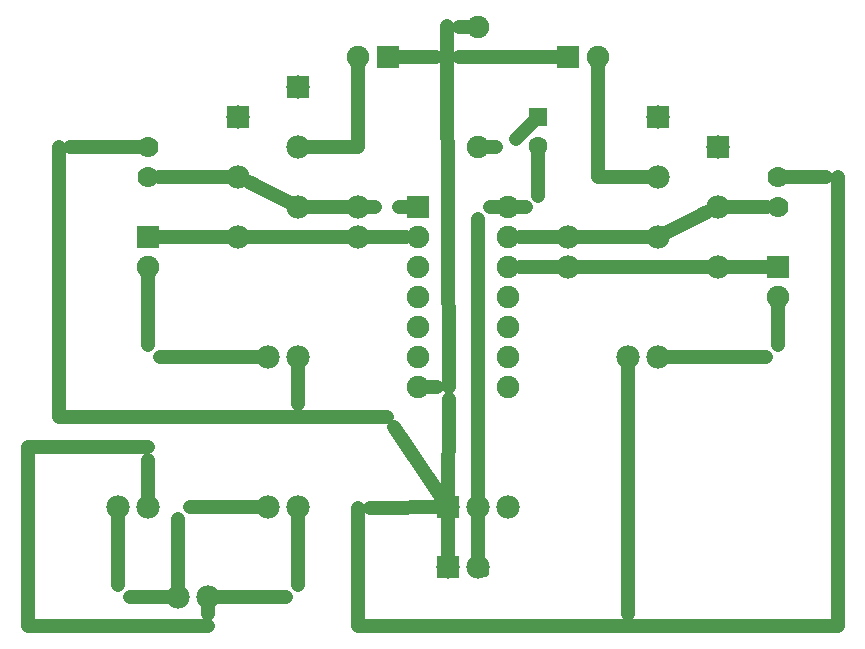
<source format=gtl>
G04 MADE WITH FRITZING*
G04 WWW.FRITZING.ORG*
G04 DOUBLE SIDED*
G04 HOLES PLATED*
G04 CONTOUR ON CENTER OF CONTOUR VECTOR*
%ASAXBY*%
%FSLAX23Y23*%
%MOIN*%
%OFA0B0*%
%SFA1.0B1.0*%
%ADD10C,0.075000*%
%ADD11C,0.078000*%
%ADD12C,0.070000*%
%ADD13C,0.062992*%
%ADD14R,0.075000X0.075000*%
%ADD15R,0.078000X0.078000*%
%ADD16R,0.062992X0.062992*%
%ADD17C,0.048000*%
%ADD18C,0.024000*%
%LNCOPPER1*%
G90*
G70*
G54D10*
X1405Y1513D03*
X1705Y1513D03*
X1405Y1413D03*
X1705Y1413D03*
X1405Y1313D03*
X1705Y1313D03*
X1405Y1213D03*
X1705Y1213D03*
X1405Y1113D03*
X1705Y1113D03*
X1405Y1013D03*
X1705Y1013D03*
X1405Y913D03*
X1705Y913D03*
G54D11*
X1505Y313D03*
X1605Y313D03*
X1505Y513D03*
X1605Y513D03*
X1705Y513D03*
X1205Y1513D03*
X1205Y1413D03*
G54D10*
X1905Y2013D03*
X2005Y2013D03*
X1305Y2013D03*
X1205Y2013D03*
G54D12*
X2605Y1613D03*
X2605Y1513D03*
X505Y1713D03*
X505Y1613D03*
G54D10*
X2605Y1313D03*
X2605Y1213D03*
X505Y1413D03*
X505Y1313D03*
G54D11*
X2105Y1013D03*
X2205Y1013D03*
X905Y1013D03*
X1005Y1013D03*
X1905Y1413D03*
X1905Y1313D03*
X405Y513D03*
X505Y513D03*
X605Y213D03*
X705Y213D03*
X905Y513D03*
X1005Y513D03*
G54D10*
X1605Y1713D03*
X1605Y2113D03*
G54D13*
X1805Y1813D03*
X1805Y1715D03*
G54D11*
X2405Y1713D03*
X2405Y1513D03*
X2405Y1313D03*
X805Y1813D03*
X805Y1613D03*
X805Y1413D03*
X1005Y1913D03*
X1005Y1713D03*
X1005Y1513D03*
X2205Y1813D03*
X2205Y1613D03*
X2205Y1413D03*
G54D14*
X1405Y1513D03*
G54D15*
X1505Y313D03*
X1505Y513D03*
G54D14*
X1905Y2013D03*
X1305Y2013D03*
X2605Y1313D03*
X505Y1413D03*
G54D16*
X1805Y1813D03*
G54D15*
X2405Y1713D03*
X805Y1813D03*
X1005Y1913D03*
X2205Y1813D03*
G54D17*
X1505Y354D02*
X1505Y472D01*
D02*
X1605Y354D02*
X1605Y472D01*
D02*
X1645Y1513D02*
X1705Y1513D01*
D02*
X1605Y513D02*
X1605Y1472D01*
D02*
X1468Y913D02*
X1405Y913D01*
D02*
X1505Y513D02*
X1508Y872D01*
D02*
X1262Y1513D02*
X1205Y1513D01*
D02*
X1405Y1513D02*
X1343Y1513D01*
D02*
X1364Y1413D02*
X1245Y1413D01*
D02*
X1046Y1513D02*
X1205Y1513D01*
D02*
X1205Y1513D02*
X1148Y1513D01*
D02*
X1046Y1713D02*
X1205Y1713D01*
D02*
X1205Y1713D02*
X1205Y2013D01*
D02*
X846Y1413D02*
X1164Y1413D01*
D02*
X842Y1595D02*
X1005Y1513D01*
D02*
X542Y1613D02*
X764Y1613D01*
D02*
X764Y1413D02*
X545Y1413D01*
D02*
X505Y1053D02*
X505Y1313D01*
D02*
X905Y1013D02*
X546Y1013D01*
D02*
X1303Y814D02*
X1005Y814D01*
D02*
X1005Y855D02*
X1005Y1013D01*
D02*
X1505Y513D02*
X1326Y780D01*
D02*
X208Y814D02*
X208Y1714D01*
D02*
X245Y1714D02*
X505Y1713D01*
D02*
X1005Y814D02*
X208Y814D01*
D02*
X1464Y2012D02*
X1305Y2013D01*
D02*
X1508Y913D02*
X1503Y2012D01*
D02*
X1866Y1413D02*
X1746Y1413D01*
D02*
X1866Y1313D02*
X1746Y1313D01*
D02*
X1946Y1413D02*
X2164Y1413D01*
D02*
X2004Y1612D02*
X2005Y2013D01*
D02*
X2164Y1613D02*
X2004Y1612D01*
D02*
X1543Y2012D02*
X1905Y2013D01*
D02*
X1946Y1313D02*
X2364Y1313D01*
D02*
X2205Y1413D02*
X2368Y1495D01*
D02*
X2568Y1513D02*
X2446Y1513D01*
D02*
X2566Y1313D02*
X2446Y1313D01*
D02*
X2605Y1053D02*
X2605Y1213D01*
D02*
X2205Y1013D02*
X2564Y1013D01*
D02*
X1205Y115D02*
X2105Y115D01*
D02*
X1205Y511D02*
X1205Y115D01*
D02*
X2105Y156D02*
X2105Y1013D01*
D02*
X1505Y513D02*
X1246Y511D01*
D02*
X2804Y115D02*
X2804Y1613D01*
D02*
X2767Y1613D02*
X2605Y1613D01*
D02*
X2105Y115D02*
X2804Y115D01*
D02*
X405Y254D02*
X405Y513D01*
D02*
X605Y213D02*
X446Y213D01*
D02*
X646Y513D02*
X905Y513D01*
D02*
X605Y213D02*
X605Y472D01*
D02*
X1005Y254D02*
X1005Y513D01*
D02*
X705Y213D02*
X964Y213D01*
D02*
X706Y115D02*
X105Y115D01*
D02*
X105Y115D02*
X105Y712D01*
D02*
X105Y712D02*
X506Y712D01*
D02*
X506Y670D02*
X505Y513D01*
D02*
X705Y213D02*
X706Y156D01*
D02*
X1543Y2114D02*
X1605Y2113D01*
D02*
X1503Y2012D02*
X1503Y2115D01*
D02*
X1805Y1551D02*
X1805Y1715D01*
D02*
X1705Y1513D02*
X1766Y1513D01*
D02*
X1664Y1713D02*
X1605Y1713D01*
D02*
X1805Y1813D02*
X1731Y1740D01*
G54D18*
D02*
X1617Y303D02*
X1628Y293D01*
G04 End of Copper1*
M02*
</source>
